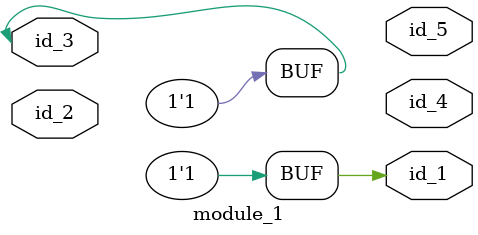
<source format=v>
module module_0;
  wire id_2, id_3;
  assign module_1.id_1 = 0;
endmodule
module module_1 (
    id_1,
    id_2,
    id_3,
    id_4,
    id_5
);
  output wire id_5;
  output wire id_4;
  inout wire id_3;
  inout wire id_2;
  output wire id_1;
  genvar id_6;
  parameter id_7 = 1;
  always @(id_6) id_3 = 1;
  always if (1);
  assign id_1 = -1;
  initial
    if (-1) begin : LABEL_0
      id_1 <= id_7;
    end
  module_0 modCall_1 ();
  wire id_8;
  localparam id_9 = -1'b0;
endmodule

</source>
